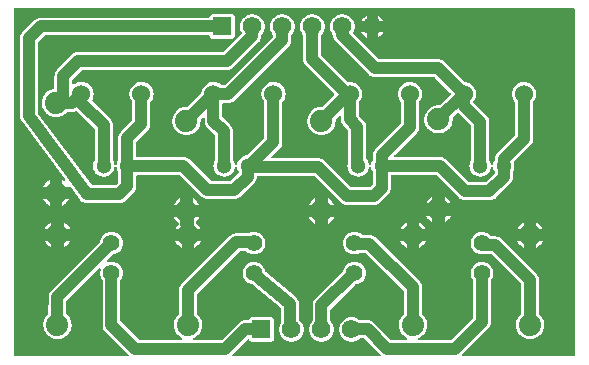
<source format=gbl>
G04 Layer: BottomLayer*
G04 EasyEDA v6.5.46, 2025-07-09 13:41:03*
G04 12fb059d76d7480aa4ea8a5eff3d1b86,10*
G04 Gerber Generator version 0.2*
G04 Scale: 100 percent, Rotated: No, Reflected: No *
G04 Dimensions in millimeters *
G04 leading zeros omitted , absolute positions ,4 integer and 5 decimal *
%FSLAX45Y45*%
%MOMM*%

%ADD10C,1.0000*%
%ADD11C,1.3000*%
%ADD12C,1.5748*%
%ADD13R,1.5748X1.5748*%
%ADD14C,1.4000*%
%ADD15C,1.8796*%
%ADD16C,1.5240*%
%ADD17C,0.0153*%

%LPD*%
G36*
X36068Y25857D02*
G01*
X32156Y26670D01*
X28854Y28854D01*
X26670Y32156D01*
X25908Y36017D01*
X25908Y2963926D01*
X26670Y2967786D01*
X28854Y2971088D01*
X32156Y2973273D01*
X36068Y2974086D01*
X4763922Y2974086D01*
X4767783Y2973273D01*
X4771085Y2971088D01*
X4773320Y2967786D01*
X4774082Y2963926D01*
X4774082Y36017D01*
X4773320Y32156D01*
X4771085Y28854D01*
X4767783Y26670D01*
X4763922Y25857D01*
X3828186Y25857D01*
X3824325Y26670D01*
X3821023Y28854D01*
X3818788Y32156D01*
X3818077Y36017D01*
X3818788Y39928D01*
X3821023Y43230D01*
X4043324Y265633D01*
X4050436Y274472D01*
X4055008Y282092D01*
X4056126Y284276D01*
X4059529Y292506D01*
X4060291Y294843D01*
X4062425Y303530D01*
X4062831Y305968D01*
X4063695Y314807D01*
X4063695Y668426D01*
X4064304Y671830D01*
X4072890Y686104D01*
X4078122Y698093D01*
X4081729Y710692D01*
X4083456Y723696D01*
X4083456Y736803D01*
X4081729Y749757D01*
X4078122Y762355D01*
X4072890Y774395D01*
X4066184Y785520D01*
X4057904Y795680D01*
X4048302Y804672D01*
X4037634Y812139D01*
X4025950Y818184D01*
X4013708Y822553D01*
X4000855Y825246D01*
X3987850Y826160D01*
X3974693Y825246D01*
X3961892Y822553D01*
X3949598Y818184D01*
X3937965Y812139D01*
X3927297Y804672D01*
X3917746Y795680D01*
X3909415Y785520D01*
X3902659Y774395D01*
X3897477Y762355D01*
X3893870Y749757D01*
X3892143Y736803D01*
X3892143Y723696D01*
X3893870Y710692D01*
X3897477Y698093D01*
X3902659Y686104D01*
X3909618Y674776D01*
X3911295Y671728D01*
X3911904Y668375D01*
X3911904Y353060D01*
X3911193Y349148D01*
X3908907Y345846D01*
X3730751Y167741D01*
X3727500Y165455D01*
X3723538Y164693D01*
X3459429Y164693D01*
X3455568Y165455D01*
X3452266Y167589D01*
X3450031Y170840D01*
X3449218Y174650D01*
X3449878Y178511D01*
X3451961Y181864D01*
X3455111Y184099D01*
X3460343Y186486D01*
X3472840Y194259D01*
X3484372Y203504D01*
X3494582Y214121D01*
X3503523Y225907D01*
X3510889Y238658D01*
X3516680Y252272D01*
X3520643Y266446D01*
X3522929Y281076D01*
X3523386Y295757D01*
X3522014Y310438D01*
X3518865Y324866D01*
X3513988Y338785D01*
X3507384Y351993D01*
X3499256Y364286D01*
X3489706Y375513D01*
X3482797Y381762D01*
X3480409Y385165D01*
X3479495Y389280D01*
X3479495Y612292D01*
X3478174Y623519D01*
X3476091Y632155D01*
X3471875Y642670D01*
X3466236Y652475D01*
X3464763Y654507D01*
X3459073Y661365D01*
X3087065Y1033373D01*
X3080258Y1039114D01*
X3070606Y1045057D01*
X3068370Y1046175D01*
X3057906Y1050391D01*
X3049219Y1052474D01*
X3037941Y1053795D01*
X2977946Y1053846D01*
X2974238Y1054506D01*
X2971038Y1056538D01*
X2968802Y1058672D01*
X2958134Y1066139D01*
X2946450Y1072184D01*
X2934208Y1076553D01*
X2921355Y1079246D01*
X2908350Y1080160D01*
X2895193Y1079246D01*
X2882392Y1076553D01*
X2870098Y1072184D01*
X2858465Y1066139D01*
X2847797Y1058672D01*
X2838196Y1049680D01*
X2829915Y1039520D01*
X2823159Y1028395D01*
X2817977Y1016355D01*
X2814370Y1003757D01*
X2812643Y990803D01*
X2812643Y977696D01*
X2814370Y964692D01*
X2817977Y952093D01*
X2823159Y940104D01*
X2829915Y928928D01*
X2838196Y918768D01*
X2847797Y909828D01*
X2858465Y902360D01*
X2870098Y896264D01*
X2882392Y891895D01*
X2895193Y889253D01*
X2908350Y888339D01*
X2921355Y889253D01*
X2934208Y891895D01*
X2946450Y896264D01*
X2955290Y900887D01*
X2957525Y901700D01*
X2959912Y901953D01*
X2999638Y901953D01*
X3003499Y901192D01*
X3006801Y899007D01*
X3324707Y581101D01*
X3326892Y577799D01*
X3327654Y573938D01*
X3327654Y389280D01*
X3326790Y385165D01*
X3324351Y381762D01*
X3317544Y375513D01*
X3307943Y364286D01*
X3299764Y351993D01*
X3293211Y338785D01*
X3288334Y324866D01*
X3285134Y310438D01*
X3283762Y295757D01*
X3284220Y281076D01*
X3286506Y266446D01*
X3290519Y252272D01*
X3296259Y238658D01*
X3303727Y225907D01*
X3312566Y214121D01*
X3322828Y203504D01*
X3334359Y194259D01*
X3346856Y186486D01*
X3352037Y184099D01*
X3355238Y181864D01*
X3357270Y178511D01*
X3357930Y174650D01*
X3357118Y170840D01*
X3354882Y167589D01*
X3351631Y165455D01*
X3347770Y164693D01*
X3223361Y164693D01*
X3219500Y165455D01*
X3216198Y167741D01*
X3074365Y309422D01*
X3067558Y315061D01*
X3057906Y321157D01*
X3047492Y325628D01*
X3045206Y326390D01*
X3034080Y328980D01*
X3025241Y329742D01*
X2958592Y329793D01*
X2954985Y330454D01*
X2951886Y332384D01*
X2946552Y336956D01*
X2935224Y344627D01*
X2922981Y350621D01*
X2910027Y355041D01*
X2896514Y357733D01*
X2882950Y358597D01*
X2869234Y357733D01*
X2855823Y355041D01*
X2842818Y350621D01*
X2830576Y344627D01*
X2819196Y336956D01*
X2808884Y328015D01*
X2799943Y317703D01*
X2792323Y306273D01*
X2786227Y294030D01*
X2781808Y281127D01*
X2779166Y267614D01*
X2778252Y253949D01*
X2779166Y240334D01*
X2781808Y226872D01*
X2786227Y213918D01*
X2792323Y201676D01*
X2799943Y190296D01*
X2808884Y179984D01*
X2819196Y170992D01*
X2830576Y163372D01*
X2842818Y157327D01*
X2855823Y152908D01*
X2869234Y150266D01*
X2882950Y149352D01*
X2896514Y150266D01*
X2910027Y152908D01*
X2922981Y157327D01*
X2935224Y163372D01*
X2946552Y170992D01*
X2951683Y175514D01*
X2954832Y177342D01*
X2958388Y178054D01*
X2986938Y178054D01*
X2990900Y177241D01*
X2994152Y175056D01*
X3125927Y43230D01*
X3128111Y39928D01*
X3128873Y36017D01*
X3128111Y32156D01*
X3125927Y28854D01*
X3122625Y26670D01*
X3118713Y25857D01*
X1885086Y25857D01*
X1881225Y26670D01*
X1877923Y28854D01*
X1875688Y32156D01*
X1874977Y36017D01*
X1875688Y39928D01*
X1877923Y43230D01*
X2002231Y167538D01*
X2005533Y169773D01*
X2009444Y170484D01*
X2013356Y169722D01*
X2016658Y167436D01*
X2021941Y159105D01*
X2026005Y155092D01*
X2030933Y151942D01*
X2036368Y150114D01*
X2042718Y149301D01*
X2199081Y149301D01*
X2205431Y150114D01*
X2210866Y151942D01*
X2215743Y155092D01*
X2219807Y159105D01*
X2222906Y164033D01*
X2224786Y169468D01*
X2225598Y175818D01*
X2225598Y332130D01*
X2224786Y338480D01*
X2222906Y343916D01*
X2219807Y348843D01*
X2215743Y352907D01*
X2210866Y356006D01*
X2205431Y357886D01*
X2199081Y358597D01*
X2042718Y358597D01*
X2036368Y357886D01*
X2030933Y356006D01*
X2026005Y352907D01*
X2021941Y348843D01*
X2018893Y343916D01*
X2015743Y335026D01*
X2013559Y332333D01*
X2010410Y330454D01*
X2006904Y329793D01*
X1978558Y329742D01*
X1969719Y328980D01*
X1958644Y326390D01*
X1956307Y325628D01*
X1945893Y321157D01*
X1938274Y316484D01*
X1929434Y309422D01*
X1787652Y167741D01*
X1784400Y165455D01*
X1780438Y164693D01*
X1554429Y164693D01*
X1550568Y165455D01*
X1547266Y167589D01*
X1545031Y170840D01*
X1544218Y174650D01*
X1544878Y178511D01*
X1546961Y181864D01*
X1550111Y184099D01*
X1555343Y186486D01*
X1567840Y194259D01*
X1579372Y203504D01*
X1589582Y214121D01*
X1598472Y225907D01*
X1605889Y238658D01*
X1611680Y252272D01*
X1615643Y266446D01*
X1617929Y281076D01*
X1618386Y295757D01*
X1617014Y310438D01*
X1613865Y324866D01*
X1608988Y338785D01*
X1602384Y351993D01*
X1594256Y364286D01*
X1584706Y375513D01*
X1577797Y381762D01*
X1575409Y385165D01*
X1574495Y389280D01*
X1574495Y548538D01*
X1575308Y552399D01*
X1577441Y555701D01*
X1933498Y911707D01*
X1936800Y913892D01*
X1940661Y914653D01*
X1987702Y914653D01*
X1991461Y913942D01*
X1994611Y911910D01*
X1996897Y909828D01*
X2007565Y902360D01*
X2019147Y896264D01*
X2031492Y891895D01*
X2044293Y889253D01*
X2057349Y888339D01*
X2070404Y889253D01*
X2083307Y891895D01*
X2095550Y896264D01*
X2107234Y902360D01*
X2117902Y909828D01*
X2127504Y918768D01*
X2135682Y928928D01*
X2142490Y940104D01*
X2147722Y952093D01*
X2151227Y964692D01*
X2153056Y977696D01*
X2153056Y990803D01*
X2151227Y1003757D01*
X2147722Y1016355D01*
X2142490Y1028395D01*
X2135682Y1039520D01*
X2127504Y1049680D01*
X2117902Y1058672D01*
X2107234Y1066139D01*
X2095550Y1072184D01*
X2083307Y1076553D01*
X2070404Y1079246D01*
X2057349Y1080160D01*
X2044293Y1079246D01*
X2031492Y1076553D01*
X2019147Y1072184D01*
X2010410Y1067612D01*
X2008124Y1066749D01*
X2005736Y1066546D01*
X1902307Y1066495D01*
X1891080Y1065174D01*
X1882444Y1063091D01*
X1871929Y1058875D01*
X1869693Y1057757D01*
X1860042Y1051814D01*
X1853234Y1046073D01*
X1443075Y635914D01*
X1437386Y629107D01*
X1435963Y627075D01*
X1431391Y619455D01*
X1430274Y617270D01*
X1426870Y609041D01*
X1426108Y606704D01*
X1423568Y595680D01*
X1422704Y586892D01*
X1422654Y389280D01*
X1421790Y385165D01*
X1419352Y381762D01*
X1412544Y375513D01*
X1402943Y364286D01*
X1394764Y351993D01*
X1388211Y338785D01*
X1383334Y324866D01*
X1380134Y310438D01*
X1378762Y295757D01*
X1379220Y281076D01*
X1381506Y266446D01*
X1385519Y252272D01*
X1391259Y238658D01*
X1398727Y225907D01*
X1407566Y214121D01*
X1417828Y203504D01*
X1429359Y194259D01*
X1441856Y186486D01*
X1447038Y184099D01*
X1450238Y181864D01*
X1452270Y178511D01*
X1452930Y174650D01*
X1452118Y170840D01*
X1449882Y167589D01*
X1446631Y165455D01*
X1442770Y164693D01*
X1089761Y164693D01*
X1085850Y165455D01*
X1082548Y167741D01*
X929792Y320446D01*
X927557Y323748D01*
X926795Y327660D01*
X926795Y668426D01*
X927404Y671830D01*
X935990Y686104D01*
X941222Y698093D01*
X944778Y710692D01*
X946556Y723696D01*
X946556Y736803D01*
X944778Y749757D01*
X941222Y762355D01*
X935990Y774395D01*
X929233Y785520D01*
X921003Y795680D01*
X911402Y804672D01*
X900684Y812139D01*
X889050Y818184D01*
X876757Y822553D01*
X863955Y825246D01*
X850900Y826160D01*
X837793Y825246D01*
X824992Y822553D01*
X823315Y821944D01*
X819454Y821385D01*
X815644Y822350D01*
X812495Y824534D01*
X810412Y827836D01*
X809752Y831646D01*
X810514Y835507D01*
X812698Y838708D01*
X860907Y886917D01*
X863244Y888695D01*
X866038Y889711D01*
X876757Y891895D01*
X889050Y896264D01*
X900684Y902360D01*
X911402Y909828D01*
X921003Y918768D01*
X929233Y928928D01*
X935990Y940104D01*
X941222Y952093D01*
X944778Y964692D01*
X946556Y977696D01*
X946556Y990803D01*
X944778Y1003757D01*
X941222Y1016355D01*
X935990Y1028395D01*
X929233Y1039520D01*
X921003Y1049680D01*
X911402Y1058672D01*
X900684Y1066139D01*
X889050Y1072184D01*
X876757Y1076553D01*
X863955Y1079246D01*
X850900Y1080160D01*
X837793Y1079246D01*
X824992Y1076553D01*
X812698Y1072184D01*
X801065Y1066139D01*
X790346Y1058672D01*
X780796Y1049680D01*
X772515Y1039520D01*
X765759Y1028395D01*
X760526Y1016355D01*
X756970Y1003757D01*
X756513Y1000150D01*
X755548Y997000D01*
X753618Y994308D01*
X338175Y578764D01*
X332486Y571957D01*
X331063Y569925D01*
X325374Y560120D01*
X321970Y551891D01*
X321208Y549554D01*
X319074Y540969D01*
X317804Y529742D01*
X317754Y389280D01*
X316890Y385165D01*
X314452Y381762D01*
X307644Y375513D01*
X297992Y364286D01*
X289915Y351993D01*
X283311Y338785D01*
X278384Y324866D01*
X275234Y310438D01*
X273862Y295757D01*
X274320Y281076D01*
X276606Y266446D01*
X280619Y252272D01*
X286359Y238658D01*
X293827Y225907D01*
X302666Y214121D01*
X312928Y203504D01*
X324408Y194259D01*
X336956Y186486D01*
X350367Y180289D01*
X364439Y175818D01*
X378968Y173177D01*
X393700Y172212D01*
X408381Y173177D01*
X422909Y175818D01*
X436981Y180289D01*
X450392Y186486D01*
X462940Y194259D01*
X474421Y203504D01*
X484682Y214121D01*
X493572Y225907D01*
X500989Y238658D01*
X506780Y252272D01*
X510743Y266446D01*
X513029Y281076D01*
X513486Y295757D01*
X512165Y310438D01*
X508965Y324866D01*
X504037Y338785D01*
X497484Y351993D01*
X489356Y364286D01*
X479755Y375513D01*
X472897Y381762D01*
X470458Y385165D01*
X469595Y389280D01*
X469595Y491388D01*
X470357Y495249D01*
X472592Y498551D01*
X742492Y768553D01*
X746252Y770890D01*
X750620Y771499D01*
X754837Y770077D01*
X758037Y767130D01*
X759714Y762965D01*
X759460Y758596D01*
X756970Y749757D01*
X755192Y736803D01*
X755192Y723696D01*
X756970Y710692D01*
X760526Y698093D01*
X765759Y686104D01*
X772718Y674776D01*
X774395Y671728D01*
X775004Y668375D01*
X775055Y289407D01*
X776274Y278130D01*
X778408Y269443D01*
X779170Y267106D01*
X782574Y258876D01*
X788314Y249072D01*
X795375Y240233D01*
X992327Y43230D01*
X994511Y39928D01*
X995273Y36017D01*
X994511Y32156D01*
X992327Y28854D01*
X989025Y26670D01*
X985113Y25857D01*
G37*

%LPC*%
G36*
X2628950Y149352D02*
G01*
X2642514Y150266D01*
X2656027Y152908D01*
X2668981Y157327D01*
X2681224Y163372D01*
X2692552Y170992D01*
X2702864Y179984D01*
X2711856Y190296D01*
X2719527Y201676D01*
X2725521Y213918D01*
X2729941Y226872D01*
X2732582Y240334D01*
X2733497Y253949D01*
X2732582Y267614D01*
X2729941Y281127D01*
X2725521Y294030D01*
X2719527Y306273D01*
X2711856Y317703D01*
X2707335Y322884D01*
X2705455Y326034D01*
X2704795Y329539D01*
X2704795Y421538D01*
X2705608Y425399D01*
X2707741Y428701D01*
X2911094Y632002D01*
X2914040Y634085D01*
X2917545Y635000D01*
X2921355Y635254D01*
X2934208Y637895D01*
X2946450Y642264D01*
X2958134Y648360D01*
X2968802Y655828D01*
X2978404Y664768D01*
X2986684Y674928D01*
X2993390Y686104D01*
X2998622Y698093D01*
X3002229Y710692D01*
X3003956Y723696D01*
X3003956Y736803D01*
X3002229Y749757D01*
X2998622Y762355D01*
X2993390Y774395D01*
X2986684Y785520D01*
X2978404Y795680D01*
X2968802Y804672D01*
X2958134Y812139D01*
X2946450Y818184D01*
X2934208Y822553D01*
X2921355Y825246D01*
X2908350Y826160D01*
X2895193Y825246D01*
X2882392Y822553D01*
X2870098Y818184D01*
X2858465Y812139D01*
X2847797Y804672D01*
X2838196Y795680D01*
X2829915Y785520D01*
X2823159Y774395D01*
X2817977Y762355D01*
X2815234Y752703D01*
X2814218Y750316D01*
X2812643Y748284D01*
X2573375Y508914D01*
X2567686Y502107D01*
X2566263Y500075D01*
X2561691Y492455D01*
X2560574Y490270D01*
X2557170Y482041D01*
X2556408Y479704D01*
X2553868Y468680D01*
X2553004Y459892D01*
X2553004Y329590D01*
X2552395Y326034D01*
X2550464Y322884D01*
X2545943Y317703D01*
X2538323Y306273D01*
X2532227Y294030D01*
X2527808Y281127D01*
X2525166Y267614D01*
X2524252Y253949D01*
X2525166Y240334D01*
X2527808Y226872D01*
X2532227Y213918D01*
X2538323Y201676D01*
X2545943Y190296D01*
X2554884Y179984D01*
X2565196Y170992D01*
X2576576Y163372D01*
X2588818Y157327D01*
X2601823Y152908D01*
X2615234Y150266D01*
G37*
G36*
X2374950Y149352D02*
G01*
X2388514Y150266D01*
X2402027Y152908D01*
X2414981Y157327D01*
X2427224Y163372D01*
X2438552Y170992D01*
X2448864Y179984D01*
X2457856Y190296D01*
X2465527Y201676D01*
X2471521Y213918D01*
X2475941Y226872D01*
X2478582Y240334D01*
X2479497Y253949D01*
X2478582Y267614D01*
X2475941Y281127D01*
X2471521Y294030D01*
X2465527Y306273D01*
X2457856Y317703D01*
X2448864Y328015D01*
X2441600Y334365D01*
X2439009Y337820D01*
X2438095Y341985D01*
X2438095Y469493D01*
X2437231Y481177D01*
X2434691Y492251D01*
X2430526Y502869D01*
X2424938Y512622D01*
X2417775Y521512D01*
X2410561Y528421D01*
X2155088Y741273D01*
X2152700Y744169D01*
X2151532Y747674D01*
X2151227Y749757D01*
X2147722Y762355D01*
X2142490Y774395D01*
X2135682Y785520D01*
X2127504Y795680D01*
X2117902Y804672D01*
X2107234Y812139D01*
X2095550Y818184D01*
X2083307Y822553D01*
X2070404Y825246D01*
X2057349Y826160D01*
X2044293Y825246D01*
X2031492Y822553D01*
X2019147Y818184D01*
X2007565Y812139D01*
X1996897Y804672D01*
X1987296Y795680D01*
X1979015Y785520D01*
X1972259Y774395D01*
X1967077Y762355D01*
X1963470Y749757D01*
X1961743Y736803D01*
X1961743Y723696D01*
X1963470Y710692D01*
X1967077Y698093D01*
X1972259Y686104D01*
X1979015Y674928D01*
X1987296Y664768D01*
X1996897Y655828D01*
X2007565Y648360D01*
X2019147Y642264D01*
X2031492Y637895D01*
X2043023Y635508D01*
X2045309Y634746D01*
X2047392Y633374D01*
X2282647Y437438D01*
X2285288Y433933D01*
X2286254Y429615D01*
X2286254Y312369D01*
X2285847Y309422D01*
X2278227Y294030D01*
X2273808Y281127D01*
X2271166Y267614D01*
X2270252Y253949D01*
X2271166Y240334D01*
X2273808Y226872D01*
X2278227Y213918D01*
X2284323Y201676D01*
X2291943Y190296D01*
X2300884Y179984D01*
X2311196Y170992D01*
X2322576Y163372D01*
X2334818Y157327D01*
X2347823Y152908D01*
X2361234Y150266D01*
G37*
G36*
X4394250Y172212D02*
G01*
X4408881Y173177D01*
X4423410Y175818D01*
X4437481Y180289D01*
X4450943Y186486D01*
X4463440Y194259D01*
X4474972Y203504D01*
X4485182Y214121D01*
X4494123Y225907D01*
X4501489Y238658D01*
X4507280Y252272D01*
X4511243Y266446D01*
X4513529Y281076D01*
X4513986Y295757D01*
X4512614Y310438D01*
X4509465Y324866D01*
X4504588Y338785D01*
X4497984Y351993D01*
X4489856Y364286D01*
X4480306Y375513D01*
X4473397Y381762D01*
X4471009Y385165D01*
X4470095Y389280D01*
X4470095Y675792D01*
X4468774Y687019D01*
X4466691Y695655D01*
X4462475Y706170D01*
X4456836Y715975D01*
X4455363Y718007D01*
X4449673Y724865D01*
X4153865Y1020673D01*
X4147058Y1026414D01*
X4137406Y1032357D01*
X4135170Y1033475D01*
X4124706Y1037691D01*
X4116019Y1039774D01*
X4104741Y1041095D01*
X4069689Y1041146D01*
X4065320Y1042111D01*
X4061764Y1044854D01*
X4057904Y1049680D01*
X4048302Y1058672D01*
X4037634Y1066139D01*
X4025950Y1072184D01*
X4013708Y1076553D01*
X4000855Y1079246D01*
X3987850Y1080160D01*
X3974693Y1079246D01*
X3961892Y1076553D01*
X3949598Y1072184D01*
X3937965Y1066139D01*
X3927297Y1058672D01*
X3917746Y1049680D01*
X3909415Y1039520D01*
X3902659Y1028395D01*
X3897477Y1016355D01*
X3893870Y1003757D01*
X3892143Y990803D01*
X3892143Y977696D01*
X3893870Y964692D01*
X3897477Y952093D01*
X3902659Y940104D01*
X3909415Y928928D01*
X3917746Y918768D01*
X3927297Y909828D01*
X3937965Y902360D01*
X3949598Y896264D01*
X3961892Y891895D01*
X3974693Y889253D01*
X3987850Y888339D01*
X4002278Y889304D01*
X4066438Y889253D01*
X4070299Y888492D01*
X4073601Y886307D01*
X4315307Y644601D01*
X4317492Y641299D01*
X4318254Y637438D01*
X4318254Y389280D01*
X4317390Y385165D01*
X4314952Y381762D01*
X4308144Y375513D01*
X4298543Y364286D01*
X4290364Y351993D01*
X4283811Y338785D01*
X4278934Y324866D01*
X4275734Y310438D01*
X4274362Y295757D01*
X4274820Y281076D01*
X4277106Y266446D01*
X4281119Y252272D01*
X4286859Y238658D01*
X4294327Y225907D01*
X4303166Y214121D01*
X4313428Y203504D01*
X4324959Y194259D01*
X4337456Y186486D01*
X4350918Y180289D01*
X4364990Y175818D01*
X4379468Y173177D01*
G37*
G36*
X1445260Y946912D02*
G01*
X1445260Y1000709D01*
X1391259Y1000709D01*
X1398727Y987907D01*
X1407566Y976121D01*
X1417828Y965504D01*
X1429359Y956259D01*
X1441856Y948486D01*
G37*
G36*
X3350260Y946912D02*
G01*
X3350260Y1000709D01*
X3296259Y1000709D01*
X3303727Y987907D01*
X3312566Y976121D01*
X3322828Y965504D01*
X3334359Y956259D01*
X3346856Y948486D01*
G37*
G36*
X4340860Y946912D02*
G01*
X4340860Y1000709D01*
X4286859Y1000709D01*
X4294327Y987907D01*
X4303166Y976121D01*
X4313428Y965504D01*
X4324959Y956259D01*
X4337456Y948486D01*
G37*
G36*
X447040Y946912D02*
G01*
X450392Y948486D01*
X462940Y956259D01*
X474421Y965504D01*
X484682Y976121D01*
X493572Y987907D01*
X500989Y1000709D01*
X447040Y1000709D01*
G37*
G36*
X340360Y946912D02*
G01*
X340360Y1000709D01*
X286359Y1000709D01*
X293827Y987907D01*
X302666Y976121D01*
X312928Y965504D01*
X324408Y956259D01*
X336956Y948486D01*
G37*
G36*
X3456940Y946912D02*
G01*
X3460343Y948486D01*
X3472840Y956259D01*
X3484372Y965504D01*
X3494582Y976121D01*
X3503523Y987907D01*
X3510889Y1000709D01*
X3456940Y1000709D01*
G37*
G36*
X1551940Y946912D02*
G01*
X1555343Y948486D01*
X1567840Y956259D01*
X1579372Y965504D01*
X1589582Y976121D01*
X1598472Y987907D01*
X1605889Y1000709D01*
X1551940Y1000709D01*
G37*
G36*
X4447540Y946912D02*
G01*
X4450943Y948486D01*
X4463440Y956259D01*
X4474972Y965504D01*
X4485182Y976121D01*
X4494123Y987907D01*
X4501489Y1000709D01*
X4447540Y1000709D01*
G37*
G36*
X4287062Y1107389D02*
G01*
X4340860Y1107389D01*
X4340860Y1161288D01*
X4331055Y1156004D01*
X4319066Y1147470D01*
X4308144Y1137513D01*
X4298543Y1126286D01*
X4290364Y1113993D01*
G37*
G36*
X3296462Y1107389D02*
G01*
X3350260Y1107389D01*
X3350260Y1161288D01*
X3340455Y1156004D01*
X3328466Y1147470D01*
X3317544Y1137513D01*
X3307943Y1126286D01*
X3299764Y1113993D01*
G37*
G36*
X447040Y1107389D02*
G01*
X500786Y1107389D01*
X497484Y1113993D01*
X489356Y1126286D01*
X479755Y1137513D01*
X468833Y1147470D01*
X456793Y1156004D01*
X447040Y1161288D01*
G37*
G36*
X286562Y1107389D02*
G01*
X340360Y1107389D01*
X340360Y1161288D01*
X330555Y1156004D01*
X318516Y1147470D01*
X307644Y1137513D01*
X297992Y1126286D01*
X289915Y1113993D01*
G37*
G36*
X3456940Y1107389D02*
G01*
X3510686Y1107389D01*
X3507384Y1113993D01*
X3499256Y1126286D01*
X3489706Y1137513D01*
X3478733Y1147470D01*
X3466693Y1156004D01*
X3456940Y1161288D01*
G37*
G36*
X4447540Y1107389D02*
G01*
X4501286Y1107389D01*
X4497984Y1113993D01*
X4489856Y1126286D01*
X4480306Y1137513D01*
X4469333Y1147470D01*
X4457293Y1156004D01*
X4447540Y1161288D01*
G37*
G36*
X1391462Y1107389D02*
G01*
X1445260Y1107389D01*
X1445260Y1123238D01*
X1439011Y1125321D01*
X1435608Y1127556D01*
X1433322Y1130858D01*
X1432560Y1134872D01*
X1432560Y1203909D01*
X1378762Y1203909D01*
X1382064Y1197406D01*
X1390243Y1185062D01*
X1399844Y1173835D01*
X1410766Y1163878D01*
X1417777Y1158951D01*
X1420723Y1155598D01*
X1421993Y1151280D01*
X1421282Y1146810D01*
X1418691Y1143203D01*
X1412544Y1137513D01*
X1402943Y1126286D01*
X1394764Y1113993D01*
G37*
G36*
X1551940Y1107389D02*
G01*
X1605686Y1107389D01*
X1602384Y1113993D01*
X1594256Y1126286D01*
X1584706Y1137513D01*
X1573733Y1147470D01*
X1566722Y1152448D01*
X1563725Y1155750D01*
X1562455Y1160068D01*
X1563166Y1164539D01*
X1565757Y1168196D01*
X1572006Y1173835D01*
X1581556Y1185062D01*
X1589684Y1197406D01*
X1592986Y1203909D01*
X1539240Y1203909D01*
X1539240Y1188212D01*
X1545488Y1186027D01*
X1548841Y1183843D01*
X1551127Y1180490D01*
X1551940Y1176528D01*
G37*
G36*
X2575560Y1150112D02*
G01*
X2575560Y1203909D01*
X2521762Y1203909D01*
X2525064Y1197406D01*
X2533243Y1185062D01*
X2542844Y1173835D01*
X2553766Y1163878D01*
X2565755Y1155395D01*
G37*
G36*
X2682240Y1150112D02*
G01*
X2691993Y1155395D01*
X2704033Y1163878D01*
X2715006Y1173835D01*
X2724556Y1185062D01*
X2732684Y1197406D01*
X2735986Y1203909D01*
X2682240Y1203909D01*
G37*
G36*
X3566160Y1162812D02*
G01*
X3566160Y1216609D01*
X3512362Y1216609D01*
X3515664Y1210106D01*
X3523843Y1197762D01*
X3533444Y1186535D01*
X3544366Y1176578D01*
X3556355Y1168095D01*
G37*
G36*
X3672840Y1162812D02*
G01*
X3682593Y1168095D01*
X3694633Y1176578D01*
X3705606Y1186535D01*
X3715156Y1197762D01*
X3723284Y1210106D01*
X3726586Y1216609D01*
X3672840Y1216609D01*
G37*
G36*
X434340Y1302512D02*
G01*
X444093Y1307795D01*
X456133Y1316278D01*
X467055Y1326235D01*
X476656Y1337462D01*
X484784Y1349806D01*
X488086Y1356309D01*
X434340Y1356309D01*
G37*
G36*
X327660Y1302512D02*
G01*
X327660Y1356309D01*
X273862Y1356309D01*
X277215Y1349806D01*
X285292Y1337462D01*
X294944Y1326235D01*
X305816Y1316278D01*
X317855Y1307795D01*
G37*
G36*
X2844952Y1308354D02*
G01*
X3076194Y1308354D01*
X3084880Y1309166D01*
X3087471Y1309624D01*
X3098495Y1312519D01*
X3106470Y1315872D01*
X3116326Y1321562D01*
X3118459Y1323086D01*
X3125165Y1328674D01*
X3194964Y1398727D01*
X3200704Y1405686D01*
X3202025Y1407566D01*
X3206699Y1415338D01*
X3211220Y1425752D01*
X3211931Y1427988D01*
X3214471Y1438960D01*
X3215284Y1448054D01*
X3215335Y1552143D01*
X3216097Y1556004D01*
X3218332Y1559356D01*
X3221634Y1561541D01*
X3225495Y1562354D01*
X3596538Y1562354D01*
X3600500Y1561541D01*
X3603751Y1559356D01*
X3796334Y1366774D01*
X3805174Y1359712D01*
X3812794Y1355090D01*
X3815029Y1353972D01*
X3823208Y1350568D01*
X3834180Y1347673D01*
X3836619Y1347266D01*
X3845458Y1346454D01*
X4053941Y1346454D01*
X4062780Y1347266D01*
X4065219Y1347673D01*
X4076192Y1350568D01*
X4084421Y1353972D01*
X4086606Y1355090D01*
X4096258Y1361135D01*
X4103065Y1366774D01*
X4227982Y1491691D01*
X4233672Y1498549D01*
X4239666Y1508150D01*
X4240834Y1510334D01*
X4244238Y1518564D01*
X4245000Y1520901D01*
X4247083Y1529588D01*
X4247489Y1532026D01*
X4248404Y1543558D01*
X4248404Y1585772D01*
X4248759Y1588566D01*
X4249928Y1591157D01*
X4252722Y1595628D01*
X4257852Y1607261D01*
X4261358Y1619453D01*
X4263136Y1631950D01*
X4263136Y1644599D01*
X4261358Y1657197D01*
X4258513Y1667205D01*
X4258157Y1670812D01*
X4259072Y1674266D01*
X4261104Y1677212D01*
X4398873Y1815084D01*
X4404563Y1821942D01*
X4406036Y1823974D01*
X4411675Y1833778D01*
X4415891Y1844344D01*
X4417974Y1852980D01*
X4419295Y1864207D01*
X4419295Y2176018D01*
X4419955Y2179726D01*
X4421886Y2182876D01*
X4423511Y2184654D01*
X4431233Y2195880D01*
X4437430Y2208072D01*
X4441850Y2220925D01*
X4444593Y2234285D01*
X4445508Y2247849D01*
X4444593Y2261463D01*
X4441850Y2274824D01*
X4437430Y2287727D01*
X4431233Y2299919D01*
X4423511Y2311146D01*
X4414418Y2321255D01*
X4404004Y2330043D01*
X4392422Y2337460D01*
X4380077Y2343150D01*
X4367022Y2347214D01*
X4353661Y2349449D01*
X4339945Y2349906D01*
X4326432Y2348534D01*
X4313174Y2345385D01*
X4300474Y2340457D01*
X4288434Y2333904D01*
X4277461Y2325827D01*
X4267708Y2316327D01*
X4259224Y2305710D01*
X4252264Y2293975D01*
X4246930Y2281377D01*
X4243324Y2268220D01*
X4241495Y2254707D01*
X4241495Y2241042D01*
X4243324Y2227580D01*
X4246930Y2214422D01*
X4252264Y2201824D01*
X4259224Y2190089D01*
X4265320Y2182418D01*
X4266895Y2179472D01*
X4267454Y2176119D01*
X4267454Y1902510D01*
X4266692Y1898650D01*
X4264507Y1895398D01*
X4116984Y1747723D01*
X4111294Y1740865D01*
X4109872Y1738884D01*
X4105300Y1731314D01*
X4104182Y1729079D01*
X4100779Y1720850D01*
X4100017Y1718564D01*
X4097832Y1709877D01*
X4096613Y1698650D01*
X4096562Y1691132D01*
X4096258Y1688693D01*
X4095445Y1686407D01*
X4089450Y1675231D01*
X4085132Y1663395D01*
X4082287Y1649882D01*
X4080713Y1646174D01*
X4077868Y1643430D01*
X4074007Y1641957D01*
X4070045Y1642059D01*
X4066336Y1643837D01*
X4063695Y1646783D01*
X4062323Y1650542D01*
X4061358Y1657197D01*
X4057904Y1669338D01*
X4051452Y1683816D01*
X4050995Y1686610D01*
X4050995Y2009292D01*
X4049674Y2020519D01*
X4047591Y2029104D01*
X4043375Y2039670D01*
X4037736Y2049475D01*
X4036263Y2051507D01*
X4030573Y2058365D01*
X3916984Y2172055D01*
X3914952Y2174900D01*
X3914038Y2178304D01*
X3914292Y2181809D01*
X3915765Y2185060D01*
X3923233Y2195880D01*
X3929430Y2208072D01*
X3933850Y2220925D01*
X3936593Y2234285D01*
X3937508Y2247849D01*
X3936593Y2261463D01*
X3933850Y2274824D01*
X3929430Y2287727D01*
X3923233Y2299919D01*
X3915511Y2311146D01*
X3906418Y2321255D01*
X3896004Y2330043D01*
X3884422Y2337460D01*
X3872077Y2343150D01*
X3859022Y2347214D01*
X3844950Y2349449D01*
X3841242Y2350312D01*
X3838092Y2352446D01*
X3671265Y2519273D01*
X3664458Y2524861D01*
X3654806Y2530957D01*
X3644392Y2535428D01*
X3642106Y2536190D01*
X3630980Y2538780D01*
X3622141Y2539542D01*
X3121761Y2539593D01*
X3117900Y2540355D01*
X3114598Y2542641D01*
X2899410Y2757728D01*
X2897124Y2761234D01*
X2896463Y2765399D01*
X2897479Y2769412D01*
X2901848Y2778252D01*
X2906217Y2791256D01*
X2908909Y2804617D01*
X2909824Y2818282D01*
X2908909Y2831947D01*
X2906217Y2845358D01*
X2901848Y2858312D01*
X2895854Y2870606D01*
X2888183Y2881985D01*
X2879191Y2892247D01*
X2868879Y2901289D01*
X2857550Y2908960D01*
X2845206Y2914954D01*
X2832252Y2919323D01*
X2818841Y2922016D01*
X2805176Y2922930D01*
X2791561Y2922016D01*
X2778150Y2919323D01*
X2765145Y2914954D01*
X2752852Y2908960D01*
X2741523Y2901289D01*
X2731211Y2892247D01*
X2722168Y2881985D01*
X2714548Y2870606D01*
X2708554Y2858312D01*
X2704134Y2845358D01*
X2701442Y2831947D01*
X2700528Y2818282D01*
X2701442Y2804617D01*
X2704134Y2791256D01*
X2708554Y2778252D01*
X2714548Y2765958D01*
X2722168Y2754630D01*
X2726842Y2749296D01*
X2728823Y2745943D01*
X2730550Y2730754D01*
X2732684Y2722067D01*
X2736900Y2711500D01*
X2738018Y2709316D01*
X2742590Y2701696D01*
X2744012Y2699715D01*
X2749702Y2692857D01*
X3034334Y2408174D01*
X3043174Y2401112D01*
X3050794Y2396490D01*
X3053029Y2395372D01*
X3061208Y2391968D01*
X3072180Y2389073D01*
X3074619Y2388666D01*
X3083458Y2387854D01*
X3583838Y2387854D01*
X3587800Y2387041D01*
X3591051Y2384856D01*
X3720795Y2255012D01*
X3723081Y2251760D01*
X3723792Y2247849D01*
X3723081Y2243937D01*
X3720795Y2240737D01*
X3634486Y2154377D01*
X3630980Y2152040D01*
X3626713Y2151430D01*
X3619550Y2151888D01*
X3604768Y2150973D01*
X3590290Y2148230D01*
X3576218Y2143760D01*
X3562756Y2137562D01*
X3550259Y2129790D01*
X3538728Y2120595D01*
X3528466Y2109978D01*
X3519627Y2098192D01*
X3512159Y2085441D01*
X3506419Y2071827D01*
X3502406Y2057654D01*
X3500120Y2043023D01*
X3499662Y2028342D01*
X3501034Y2013661D01*
X3504234Y1999183D01*
X3509111Y1985314D01*
X3515664Y1972106D01*
X3523843Y1959762D01*
X3533444Y1948535D01*
X3544366Y1938578D01*
X3556355Y1930095D01*
X3569411Y1923084D01*
X3583127Y1917750D01*
X3597452Y1914143D01*
X3612083Y1912315D01*
X3626916Y1912315D01*
X3641547Y1914143D01*
X3655822Y1917750D01*
X3669588Y1923084D01*
X3682593Y1930095D01*
X3694633Y1938578D01*
X3705606Y1948535D01*
X3715156Y1959762D01*
X3723284Y1972106D01*
X3729888Y1985314D01*
X3734765Y1999183D01*
X3737914Y2013661D01*
X3739286Y2028342D01*
X3738930Y2039569D01*
X3739642Y2043633D01*
X3741928Y2047036D01*
X3777386Y2082546D01*
X3780688Y2084730D01*
X3784650Y2085492D01*
X3788511Y2084730D01*
X3791762Y2082546D01*
X3896207Y1978101D01*
X3898392Y1974799D01*
X3899154Y1970938D01*
X3899154Y1694942D01*
X3898696Y1691792D01*
X3897223Y1688998D01*
X3895394Y1686458D01*
X3889451Y1675231D01*
X3885082Y1663395D01*
X3882491Y1650949D01*
X3881577Y1638300D01*
X3882491Y1625650D01*
X3885082Y1613204D01*
X3889451Y1601368D01*
X3895394Y1590192D01*
X3902913Y1579930D01*
X3911650Y1570736D01*
X3921658Y1562912D01*
X3932631Y1556613D01*
X3944416Y1551838D01*
X3956659Y1548790D01*
X3969359Y1547469D01*
X3981958Y1547876D01*
X3994454Y1550162D01*
X4006545Y1554022D01*
X4017924Y1559560D01*
X4028440Y1566722D01*
X4037837Y1575155D01*
X4046016Y1584858D01*
X4052722Y1595628D01*
X4057904Y1607261D01*
X4061358Y1619504D01*
X4062323Y1625803D01*
X4063695Y1629511D01*
X4066438Y1632457D01*
X4070146Y1634134D01*
X4074109Y1634236D01*
X4077868Y1632762D01*
X4080713Y1630019D01*
X4082287Y1626362D01*
X4085132Y1613204D01*
X4089450Y1601368D01*
X4095343Y1590192D01*
X4096258Y1587855D01*
X4096562Y1585417D01*
X4096562Y1579118D01*
X4095800Y1575206D01*
X4093565Y1571904D01*
X4022851Y1501241D01*
X4019600Y1498955D01*
X4015638Y1498193D01*
X3883761Y1498193D01*
X3879900Y1498955D01*
X3876598Y1501241D01*
X3683965Y1693773D01*
X3677158Y1699361D01*
X3667506Y1705457D01*
X3657092Y1709928D01*
X3654806Y1710689D01*
X3643680Y1713280D01*
X3634841Y1714042D01*
X3255670Y1714093D01*
X3251809Y1714855D01*
X3248507Y1717141D01*
X3246374Y1720392D01*
X3245561Y1724253D01*
X3246374Y1728165D01*
X3248507Y1731467D01*
X3433673Y1916684D01*
X3439363Y1923542D01*
X3440836Y1925574D01*
X3446475Y1935378D01*
X3450691Y1945944D01*
X3452774Y1954580D01*
X3454095Y1965807D01*
X3454095Y2176018D01*
X3454755Y2179726D01*
X3456686Y2182876D01*
X3458311Y2184654D01*
X3466033Y2195880D01*
X3472230Y2208072D01*
X3476650Y2220925D01*
X3479393Y2234285D01*
X3480308Y2247849D01*
X3479393Y2261463D01*
X3476650Y2274824D01*
X3472230Y2287727D01*
X3466033Y2299919D01*
X3458311Y2311146D01*
X3449218Y2321255D01*
X3438804Y2330043D01*
X3427222Y2337460D01*
X3414877Y2343150D01*
X3401822Y2347214D01*
X3388461Y2349449D01*
X3374745Y2349906D01*
X3361232Y2348534D01*
X3347974Y2345385D01*
X3335274Y2340457D01*
X3323234Y2333904D01*
X3312261Y2325827D01*
X3302508Y2316327D01*
X3294024Y2305710D01*
X3287064Y2293975D01*
X3281730Y2281377D01*
X3278124Y2268220D01*
X3276295Y2254707D01*
X3276295Y2241042D01*
X3278124Y2227580D01*
X3281730Y2214422D01*
X3287064Y2201824D01*
X3294024Y2190089D01*
X3300120Y2182418D01*
X3301695Y2179472D01*
X3302254Y2176119D01*
X3302254Y2004110D01*
X3301492Y2000250D01*
X3299307Y1996998D01*
X3084017Y1781657D01*
X3078327Y1774799D01*
X3072333Y1765147D01*
X3071215Y1762912D01*
X3067812Y1754784D01*
X3064916Y1743760D01*
X3064510Y1741322D01*
X3063595Y1729739D01*
X3063595Y1691233D01*
X3063341Y1688795D01*
X3062427Y1686407D01*
X3056534Y1675231D01*
X3052165Y1663395D01*
X3049371Y1649882D01*
X3047746Y1646174D01*
X3044850Y1643430D01*
X3041091Y1641957D01*
X3037078Y1642059D01*
X3033420Y1643837D01*
X3030677Y1646783D01*
X3029356Y1650542D01*
X3028391Y1657197D01*
X3024936Y1669338D01*
X3019806Y1680972D01*
X3010204Y1696110D01*
X3009595Y1699564D01*
X3009595Y1971192D01*
X3008274Y1982419D01*
X3006191Y1991004D01*
X3001975Y2001570D01*
X2996336Y2011375D01*
X2994863Y2013407D01*
X2989173Y2020265D01*
X2949041Y2060498D01*
X2946908Y2063750D01*
X2946095Y2067610D01*
X2946095Y2176018D01*
X2946755Y2179726D01*
X2948686Y2182876D01*
X2950311Y2184654D01*
X2958033Y2195880D01*
X2964230Y2208072D01*
X2968650Y2220925D01*
X2971393Y2234285D01*
X2972308Y2247849D01*
X2971393Y2261463D01*
X2968650Y2274824D01*
X2964230Y2287727D01*
X2958033Y2299919D01*
X2950311Y2311146D01*
X2941218Y2321255D01*
X2930804Y2330043D01*
X2919222Y2337460D01*
X2906877Y2343150D01*
X2893822Y2347214D01*
X2880461Y2349449D01*
X2866745Y2349906D01*
X2856433Y2348839D01*
X2851962Y2349398D01*
X2848254Y2351786D01*
X2630068Y2569972D01*
X2627833Y2573223D01*
X2627122Y2577134D01*
X2627122Y2742692D01*
X2627731Y2746298D01*
X2629611Y2749346D01*
X2634183Y2754630D01*
X2641854Y2765958D01*
X2647848Y2778252D01*
X2652217Y2791256D01*
X2654909Y2804617D01*
X2655824Y2818282D01*
X2654909Y2831947D01*
X2652217Y2845358D01*
X2647848Y2858312D01*
X2641854Y2870606D01*
X2634183Y2881985D01*
X2625191Y2892247D01*
X2614879Y2901289D01*
X2603550Y2908960D01*
X2591206Y2914954D01*
X2578252Y2919323D01*
X2564841Y2922016D01*
X2551176Y2922930D01*
X2537561Y2922016D01*
X2524150Y2919323D01*
X2511145Y2914954D01*
X2498852Y2908960D01*
X2487523Y2901289D01*
X2477211Y2892247D01*
X2468168Y2881985D01*
X2460548Y2870606D01*
X2454554Y2858312D01*
X2450134Y2845358D01*
X2447442Y2831947D01*
X2446528Y2818282D01*
X2447442Y2804617D01*
X2450134Y2791256D01*
X2454554Y2778252D01*
X2460548Y2765958D01*
X2468168Y2754630D01*
X2472791Y2749346D01*
X2474620Y2746298D01*
X2475280Y2742692D01*
X2475331Y2538831D01*
X2476550Y2527554D01*
X2478684Y2518918D01*
X2482900Y2508351D01*
X2484018Y2506167D01*
X2488590Y2498547D01*
X2490012Y2496566D01*
X2495702Y2489708D01*
X2736596Y2248712D01*
X2738831Y2245410D01*
X2739542Y2241499D01*
X2738831Y2237638D01*
X2736596Y2234387D01*
X2643886Y2141677D01*
X2640380Y2139340D01*
X2636113Y2138730D01*
X2628950Y2139188D01*
X2614168Y2138273D01*
X2599690Y2135530D01*
X2585618Y2131060D01*
X2572156Y2124862D01*
X2559659Y2117090D01*
X2548128Y2107895D01*
X2537866Y2097278D01*
X2529027Y2085492D01*
X2521559Y2072741D01*
X2515819Y2059127D01*
X2511806Y2044954D01*
X2509520Y2030323D01*
X2509062Y2015642D01*
X2510434Y2000961D01*
X2513634Y1986483D01*
X2518511Y1972614D01*
X2525064Y1959406D01*
X2533243Y1947062D01*
X2542844Y1935835D01*
X2553766Y1925878D01*
X2565755Y1917395D01*
X2578811Y1910384D01*
X2592527Y1905050D01*
X2606852Y1901443D01*
X2621483Y1899615D01*
X2636316Y1899615D01*
X2650947Y1901443D01*
X2665222Y1905050D01*
X2678988Y1910384D01*
X2691993Y1917395D01*
X2704033Y1925878D01*
X2715006Y1935835D01*
X2724556Y1947062D01*
X2732684Y1959406D01*
X2739288Y1972614D01*
X2744165Y1986483D01*
X2747314Y2000961D01*
X2748686Y2015642D01*
X2748330Y2026869D01*
X2749042Y2030933D01*
X2751328Y2034336D01*
X2776931Y2060041D01*
X2780233Y2062175D01*
X2784094Y2062988D01*
X2788005Y2062175D01*
X2791307Y2060041D01*
X2793492Y2056688D01*
X2794254Y2052828D01*
X2794304Y2029307D01*
X2795168Y2020519D01*
X2797708Y2009444D01*
X2798470Y2007107D01*
X2801874Y1998878D01*
X2802991Y1996693D01*
X2807563Y1989074D01*
X2808986Y1987042D01*
X2814675Y1980184D01*
X2854807Y1940001D01*
X2856992Y1936699D01*
X2857754Y1932838D01*
X2857754Y1680159D01*
X2857449Y1677720D01*
X2852216Y1663395D01*
X2849524Y1650949D01*
X2848610Y1638300D01*
X2849524Y1625650D01*
X2852216Y1613204D01*
X2856534Y1601368D01*
X2862427Y1590192D01*
X2869895Y1579930D01*
X2878734Y1570736D01*
X2888691Y1562912D01*
X2899714Y1556613D01*
X2911500Y1551838D01*
X2923743Y1548790D01*
X2936341Y1547469D01*
X2949041Y1547876D01*
X2961538Y1550162D01*
X2973578Y1554022D01*
X2985008Y1559560D01*
X2995523Y1566722D01*
X3004870Y1575155D01*
X3013100Y1584858D01*
X3019806Y1595628D01*
X3024936Y1607261D01*
X3028442Y1619504D01*
X3029458Y1625803D01*
X3030778Y1629511D01*
X3033522Y1632457D01*
X3037128Y1634134D01*
X3041142Y1634236D01*
X3044901Y1632762D01*
X3047796Y1630019D01*
X3049371Y1626362D01*
X3052165Y1613204D01*
X3056534Y1601368D01*
X3062325Y1590294D01*
X3063240Y1588008D01*
X3063544Y1585518D01*
X3063544Y1486103D01*
X3062782Y1482242D01*
X3060547Y1478889D01*
X3044850Y1463141D01*
X3041548Y1460906D01*
X3037636Y1460093D01*
X2880461Y1460093D01*
X2876600Y1460855D01*
X2873298Y1463141D01*
X2655265Y1681073D01*
X2648458Y1686661D01*
X2638806Y1692757D01*
X2628392Y1697228D01*
X2626106Y1697989D01*
X2614980Y1700580D01*
X2606141Y1701342D01*
X2214270Y1701393D01*
X2210409Y1702155D01*
X2207107Y1704441D01*
X2204974Y1707692D01*
X2204161Y1711553D01*
X2204974Y1715465D01*
X2207107Y1718767D01*
X2277973Y1789684D01*
X2283663Y1796542D01*
X2285136Y1798574D01*
X2290775Y1808378D01*
X2294991Y1818944D01*
X2297074Y1827580D01*
X2298395Y1838807D01*
X2298395Y2176018D01*
X2299055Y2179726D01*
X2300986Y2182876D01*
X2302611Y2184654D01*
X2310333Y2195880D01*
X2316530Y2208072D01*
X2320950Y2220925D01*
X2323693Y2234285D01*
X2324608Y2247849D01*
X2323693Y2261463D01*
X2320950Y2274824D01*
X2316530Y2287727D01*
X2310333Y2299919D01*
X2302611Y2311146D01*
X2293518Y2321255D01*
X2283104Y2330043D01*
X2271522Y2337460D01*
X2259177Y2343150D01*
X2246122Y2347214D01*
X2232761Y2349449D01*
X2219045Y2349906D01*
X2205532Y2348534D01*
X2192274Y2345385D01*
X2179574Y2340457D01*
X2167534Y2333904D01*
X2156561Y2325827D01*
X2146808Y2316327D01*
X2138324Y2305710D01*
X2131364Y2293975D01*
X2126030Y2281377D01*
X2122424Y2268220D01*
X2120595Y2254707D01*
X2120595Y2241042D01*
X2122424Y2227580D01*
X2126030Y2214422D01*
X2131364Y2201824D01*
X2138324Y2190089D01*
X2144420Y2182418D01*
X2145995Y2179472D01*
X2146554Y2176119D01*
X2146554Y1877110D01*
X2145792Y1873250D01*
X2143607Y1869998D01*
X2005431Y1731822D01*
X2002586Y1729841D01*
X1999284Y1728876D01*
X1989175Y1727758D01*
X1976932Y1724710D01*
X1965147Y1720037D01*
X1954174Y1713687D01*
X1944166Y1705864D01*
X1935429Y1696720D01*
X1927961Y1686458D01*
X1921967Y1675231D01*
X1917598Y1663395D01*
X1914804Y1649882D01*
X1913229Y1646174D01*
X1910384Y1643430D01*
X1906524Y1641957D01*
X1902561Y1642059D01*
X1898904Y1643837D01*
X1896211Y1646783D01*
X1894839Y1650542D01*
X1893925Y1657197D01*
X1890420Y1669338D01*
X1885238Y1680972D01*
X1882139Y1685950D01*
X1880971Y1688490D01*
X1880565Y1691284D01*
X1879295Y1932838D01*
X1877974Y1944420D01*
X1875028Y1955342D01*
X1870557Y1965807D01*
X1864461Y1975357D01*
X1856841Y1984298D01*
X1793392Y2047646D01*
X1791207Y2050948D01*
X1790395Y2054860D01*
X1790395Y2161743D01*
X1791207Y2165604D01*
X1793392Y2168956D01*
X1796745Y2171141D01*
X1800606Y2171954D01*
X1844141Y2171954D01*
X1852980Y2172766D01*
X1855419Y2173173D01*
X1866392Y2176068D01*
X1874621Y2179472D01*
X1876806Y2180590D01*
X1886457Y2186635D01*
X1893265Y2192274D01*
X2352700Y2651709D01*
X2358390Y2658567D01*
X2364384Y2668219D01*
X2365502Y2670352D01*
X2369718Y2680919D01*
X2371801Y2689555D01*
X2372207Y2691993D01*
X2373122Y2703576D01*
X2373122Y2742692D01*
X2373731Y2746298D01*
X2375611Y2749346D01*
X2380183Y2754630D01*
X2387854Y2765958D01*
X2393848Y2778252D01*
X2398217Y2791256D01*
X2400909Y2804617D01*
X2401824Y2818282D01*
X2400909Y2831947D01*
X2398217Y2845358D01*
X2393848Y2858312D01*
X2387854Y2870606D01*
X2380183Y2881985D01*
X2371191Y2892247D01*
X2360879Y2901289D01*
X2349550Y2908960D01*
X2337206Y2914954D01*
X2324252Y2919323D01*
X2310841Y2922016D01*
X2297176Y2922930D01*
X2283561Y2922016D01*
X2270150Y2919323D01*
X2257145Y2914954D01*
X2244852Y2908960D01*
X2233523Y2901289D01*
X2223211Y2892247D01*
X2214168Y2881985D01*
X2206548Y2870606D01*
X2200554Y2858312D01*
X2196134Y2845358D01*
X2193442Y2831947D01*
X2192528Y2818282D01*
X2193442Y2804617D01*
X2196134Y2791256D01*
X2200554Y2778252D01*
X2206548Y2765958D01*
X2214168Y2754630D01*
X2218791Y2749346D01*
X2220620Y2746298D01*
X2221280Y2742692D01*
X2221280Y2739136D01*
X2220518Y2735224D01*
X2218334Y2731922D01*
X1813052Y2326741D01*
X1809800Y2324455D01*
X1805838Y2323693D01*
X1786331Y2323693D01*
X1782775Y2324354D01*
X1779727Y2326132D01*
X1775104Y2330043D01*
X1763522Y2337460D01*
X1751177Y2343150D01*
X1738122Y2347214D01*
X1724761Y2349449D01*
X1711045Y2349906D01*
X1697532Y2348534D01*
X1684274Y2345385D01*
X1671574Y2340457D01*
X1659534Y2333904D01*
X1648561Y2325827D01*
X1638807Y2316327D01*
X1630324Y2305710D01*
X1623364Y2293975D01*
X1618030Y2281377D01*
X1614424Y2268220D01*
X1612849Y2256586D01*
X1611934Y2253437D01*
X1610004Y2250744D01*
X1500886Y2141677D01*
X1497380Y2139340D01*
X1493113Y2138730D01*
X1485950Y2139188D01*
X1471168Y2138273D01*
X1456690Y2135530D01*
X1442618Y2131060D01*
X1429156Y2124862D01*
X1416659Y2117090D01*
X1405128Y2107895D01*
X1394866Y2097278D01*
X1386027Y2085492D01*
X1378559Y2072741D01*
X1372819Y2059127D01*
X1368806Y2044954D01*
X1366520Y2030323D01*
X1366062Y2015642D01*
X1367434Y2000961D01*
X1370634Y1986483D01*
X1375511Y1972614D01*
X1382064Y1959406D01*
X1390243Y1947062D01*
X1399844Y1935835D01*
X1410766Y1925878D01*
X1422755Y1917395D01*
X1435811Y1910384D01*
X1449527Y1905050D01*
X1463852Y1901443D01*
X1478483Y1899615D01*
X1493316Y1899615D01*
X1507947Y1901443D01*
X1522222Y1905050D01*
X1535988Y1910384D01*
X1548993Y1917395D01*
X1561033Y1925878D01*
X1572006Y1935835D01*
X1581556Y1947062D01*
X1589684Y1959406D01*
X1596288Y1972614D01*
X1601165Y1986483D01*
X1604314Y2000961D01*
X1605686Y2015642D01*
X1605330Y2026869D01*
X1606042Y2030933D01*
X1608328Y2034336D01*
X1621231Y2047341D01*
X1624533Y2049475D01*
X1628444Y2050338D01*
X1632305Y2049525D01*
X1635607Y2047341D01*
X1637792Y2044039D01*
X1638604Y2040128D01*
X1638655Y2016455D01*
X1639468Y2007768D01*
X1642008Y1996643D01*
X1642770Y1994306D01*
X1646174Y1986076D01*
X1647291Y1983892D01*
X1651914Y1976272D01*
X1658975Y1967433D01*
X1724761Y1901647D01*
X1726895Y1898396D01*
X1727707Y1894535D01*
X1728724Y1690624D01*
X1728470Y1688134D01*
X1727555Y1685848D01*
X1722018Y1675231D01*
X1717598Y1663395D01*
X1715007Y1650949D01*
X1714093Y1638300D01*
X1715007Y1625650D01*
X1717598Y1613204D01*
X1722018Y1601368D01*
X1727911Y1590192D01*
X1735378Y1579930D01*
X1744167Y1570736D01*
X1754225Y1562912D01*
X1765147Y1556613D01*
X1776882Y1551838D01*
X1789175Y1548790D01*
X1801825Y1547469D01*
X1814474Y1547876D01*
X1827022Y1550162D01*
X1839061Y1554022D01*
X1850491Y1559560D01*
X1860905Y1566722D01*
X1870354Y1575155D01*
X1878482Y1584858D01*
X1885238Y1595628D01*
X1890420Y1607261D01*
X1893925Y1619504D01*
X1894839Y1625803D01*
X1896211Y1629511D01*
X1898954Y1632457D01*
X1902663Y1634134D01*
X1906625Y1634236D01*
X1910384Y1632762D01*
X1913229Y1630019D01*
X1914804Y1626362D01*
X1917598Y1613204D01*
X1921967Y1601368D01*
X1927961Y1590192D01*
X1928774Y1587855D01*
X1929079Y1583436D01*
X1928317Y1579524D01*
X1926132Y1576273D01*
X1863801Y1513992D01*
X1860499Y1511757D01*
X1856638Y1511046D01*
X1699361Y1511046D01*
X1695500Y1511757D01*
X1692198Y1513992D01*
X1512265Y1693773D01*
X1505458Y1699514D01*
X1495806Y1705457D01*
X1493570Y1706575D01*
X1483004Y1710791D01*
X1474419Y1712874D01*
X1463141Y1714195D01*
X1070813Y1714246D01*
X1066952Y1714957D01*
X1063650Y1717192D01*
X1061466Y1720443D01*
X1060704Y1724355D01*
X1060704Y1838096D01*
X1061466Y1842007D01*
X1063650Y1845310D01*
X1160373Y1942084D01*
X1166063Y1948942D01*
X1167485Y1950974D01*
X1172057Y1958593D01*
X1173175Y1960778D01*
X1176578Y1969007D01*
X1177340Y1971344D01*
X1179474Y1979980D01*
X1179880Y1982419D01*
X1180744Y1991207D01*
X1180795Y2176018D01*
X1181455Y2179726D01*
X1183386Y2182876D01*
X1185011Y2184654D01*
X1192733Y2195880D01*
X1198930Y2208072D01*
X1203350Y2220925D01*
X1206042Y2234285D01*
X1206957Y2247849D01*
X1206042Y2261463D01*
X1203350Y2274824D01*
X1198930Y2287727D01*
X1192733Y2299919D01*
X1185011Y2311146D01*
X1175867Y2321255D01*
X1165453Y2330043D01*
X1153922Y2337460D01*
X1141577Y2343150D01*
X1128522Y2347214D01*
X1115110Y2349449D01*
X1101445Y2349906D01*
X1087882Y2348534D01*
X1074623Y2345385D01*
X1061923Y2340457D01*
X1049934Y2333904D01*
X1038961Y2325827D01*
X1029157Y2316327D01*
X1020724Y2305710D01*
X1013815Y2293975D01*
X1008430Y2281377D01*
X1004824Y2268220D01*
X1002995Y2254707D01*
X1002995Y2241042D01*
X1004824Y2227580D01*
X1008430Y2214422D01*
X1013815Y2201824D01*
X1020724Y2190089D01*
X1026769Y2182418D01*
X1028395Y2179472D01*
X1028953Y2176119D01*
X1028953Y2029510D01*
X1028192Y2025650D01*
X1026007Y2022398D01*
X929233Y1925523D01*
X922172Y1916684D01*
X917600Y1909114D01*
X916482Y1906879D01*
X913079Y1898650D01*
X912317Y1896364D01*
X910132Y1887677D01*
X908913Y1876450D01*
X908862Y1691233D01*
X908558Y1688795D01*
X907694Y1686407D01*
X901750Y1675231D01*
X897382Y1663395D01*
X894638Y1649882D01*
X893013Y1646174D01*
X890117Y1643430D01*
X886307Y1641957D01*
X882294Y1642059D01*
X878636Y1643837D01*
X875944Y1646783D01*
X874572Y1650542D01*
X873658Y1657197D01*
X870203Y1669338D01*
X863701Y1683816D01*
X863295Y1686610D01*
X863244Y1983892D01*
X862380Y1992680D01*
X861974Y1995119D01*
X859840Y2003704D01*
X859078Y2006041D01*
X855675Y2014270D01*
X854557Y2016455D01*
X849985Y2024075D01*
X848563Y2026107D01*
X842873Y2032965D01*
X688340Y2187600D01*
X686054Y2191105D01*
X685393Y2195322D01*
X686460Y2199335D01*
X690930Y2208072D01*
X695350Y2220925D01*
X698042Y2234285D01*
X698957Y2247849D01*
X698042Y2261463D01*
X695350Y2274824D01*
X690930Y2287727D01*
X684733Y2299919D01*
X677011Y2311146D01*
X667867Y2321255D01*
X657453Y2330043D01*
X645922Y2337460D01*
X633577Y2343150D01*
X620522Y2347214D01*
X607110Y2349449D01*
X593445Y2349906D01*
X579882Y2348534D01*
X566623Y2345385D01*
X553923Y2340457D01*
X541934Y2333904D01*
X536600Y2329942D01*
X532485Y2328214D01*
X528066Y2328316D01*
X524103Y2330297D01*
X521360Y2333802D01*
X520395Y2338120D01*
X520395Y2364536D01*
X521157Y2368397D01*
X523392Y2371750D01*
X599948Y2448356D01*
X603250Y2450541D01*
X607161Y2451354D01*
X1831441Y2451354D01*
X1840280Y2452166D01*
X1842719Y2452573D01*
X1853692Y2455468D01*
X1861921Y2458872D01*
X1864106Y2459990D01*
X1873757Y2466035D01*
X1880565Y2471674D01*
X2098700Y2689809D01*
X2104390Y2696667D01*
X2110384Y2706319D01*
X2111502Y2708452D01*
X2115718Y2719019D01*
X2117801Y2727655D01*
X2118207Y2730093D01*
X2119020Y2738882D01*
X2119122Y2742793D01*
X2119782Y2746349D01*
X2121611Y2749346D01*
X2126183Y2754630D01*
X2133854Y2765958D01*
X2139848Y2778252D01*
X2144217Y2791256D01*
X2146909Y2804617D01*
X2147824Y2818282D01*
X2146909Y2831947D01*
X2144217Y2845358D01*
X2139848Y2858312D01*
X2133854Y2870606D01*
X2126183Y2881985D01*
X2117191Y2892247D01*
X2106879Y2901289D01*
X2095550Y2908960D01*
X2083206Y2914954D01*
X2070252Y2919323D01*
X2056841Y2922016D01*
X2043175Y2922930D01*
X2029561Y2922016D01*
X2016150Y2919323D01*
X2003145Y2914954D01*
X1990852Y2908960D01*
X1979523Y2901289D01*
X1969211Y2892247D01*
X1960168Y2881985D01*
X1952548Y2870606D01*
X1946554Y2858312D01*
X1942134Y2845358D01*
X1939442Y2831947D01*
X1938528Y2818282D01*
X1939442Y2804617D01*
X1942134Y2791256D01*
X1946554Y2778252D01*
X1951888Y2767380D01*
X1952904Y2763316D01*
X1952243Y2759202D01*
X1949957Y2755696D01*
X1800352Y2606141D01*
X1797100Y2603855D01*
X1793138Y2603093D01*
X568858Y2603042D01*
X560019Y2602280D01*
X548944Y2599690D01*
X546608Y2598928D01*
X536194Y2594457D01*
X528574Y2589784D01*
X519734Y2582773D01*
X388975Y2452014D01*
X381762Y2443073D01*
X376123Y2433269D01*
X371957Y2422652D01*
X369519Y2411577D01*
X368554Y2399893D01*
X368554Y2299512D01*
X367944Y2296058D01*
X366217Y2293061D01*
X363575Y2290724D01*
X360273Y2289505D01*
X351739Y2287930D01*
X337667Y2283460D01*
X324256Y2277262D01*
X311708Y2269490D01*
X300228Y2260295D01*
X289966Y2249678D01*
X281127Y2237892D01*
X273659Y2225141D01*
X267919Y2211527D01*
X263906Y2197354D01*
X261620Y2182723D01*
X261162Y2168042D01*
X262534Y2153361D01*
X265684Y2138883D01*
X270611Y2125014D01*
X277215Y2111806D01*
X285292Y2099462D01*
X294944Y2088235D01*
X305816Y2078278D01*
X317855Y2069795D01*
X330860Y2062784D01*
X344627Y2057450D01*
X358952Y2053843D01*
X373583Y2052015D01*
X388366Y2052015D01*
X402996Y2053843D01*
X417322Y2057450D01*
X431088Y2062784D01*
X444093Y2069795D01*
X456133Y2078278D01*
X467055Y2088235D01*
X470458Y2092248D01*
X473913Y2094839D01*
X478180Y2095754D01*
X523392Y2095804D01*
X534619Y2097125D01*
X542950Y2099157D01*
X550468Y2102104D01*
X554329Y2102764D01*
X558139Y2102053D01*
X561390Y2099818D01*
X708507Y1952701D01*
X710692Y1949399D01*
X711454Y1945538D01*
X711454Y1694942D01*
X710946Y1691792D01*
X709523Y1688998D01*
X707694Y1686458D01*
X701751Y1675231D01*
X697382Y1663395D01*
X694740Y1650949D01*
X693877Y1638300D01*
X694740Y1625650D01*
X697382Y1613204D01*
X701751Y1601368D01*
X707694Y1590192D01*
X715162Y1579930D01*
X723950Y1570736D01*
X733958Y1562912D01*
X744931Y1556613D01*
X756666Y1551838D01*
X768959Y1548790D01*
X781608Y1547469D01*
X794258Y1547876D01*
X806754Y1550162D01*
X818794Y1554022D01*
X830224Y1559560D01*
X840689Y1566722D01*
X850188Y1575155D01*
X858266Y1584858D01*
X865022Y1595628D01*
X870203Y1607261D01*
X873658Y1619504D01*
X874623Y1625803D01*
X875995Y1629511D01*
X878738Y1632457D01*
X882396Y1634134D01*
X886409Y1634236D01*
X890117Y1632762D01*
X893013Y1630019D01*
X894638Y1626362D01*
X897382Y1613204D01*
X901750Y1601368D01*
X907643Y1590192D01*
X908558Y1587855D01*
X908862Y1585417D01*
X908862Y1502918D01*
X908100Y1499006D01*
X905865Y1495704D01*
X885952Y1475841D01*
X882650Y1473606D01*
X878738Y1472793D01*
X690727Y1472946D01*
X687628Y1473403D01*
X684834Y1474825D01*
X682650Y1476959D01*
X230327Y2079904D01*
X228854Y2082800D01*
X228295Y2086000D01*
X228295Y2682036D01*
X229057Y2685948D01*
X231292Y2689250D01*
X281432Y2739390D01*
X284734Y2741625D01*
X288645Y2742438D01*
X1675180Y2742438D01*
X1679295Y2741523D01*
X1682699Y2739034D01*
X1684832Y2735376D01*
X1687220Y2728315D01*
X1690268Y2723438D01*
X1694332Y2719324D01*
X1699209Y2716276D01*
X1704695Y2714345D01*
X1710994Y2713634D01*
X1867407Y2713634D01*
X1873656Y2714345D01*
X1879193Y2716276D01*
X1884070Y2719324D01*
X1888134Y2723438D01*
X1891182Y2728315D01*
X1893112Y2733802D01*
X1893824Y2740101D01*
X1893824Y2896463D01*
X1893112Y2902762D01*
X1891182Y2908249D01*
X1888134Y2913126D01*
X1884070Y2917291D01*
X1879193Y2920288D01*
X1873656Y2922219D01*
X1867407Y2922930D01*
X1710994Y2922930D01*
X1704695Y2922219D01*
X1699209Y2920288D01*
X1694332Y2917291D01*
X1690268Y2913126D01*
X1687220Y2908300D01*
X1684832Y2901238D01*
X1682699Y2897530D01*
X1679295Y2895041D01*
X1675180Y2894177D01*
X250342Y2894126D01*
X241554Y2893364D01*
X230428Y2890774D01*
X228092Y2890012D01*
X217678Y2885541D01*
X210058Y2880868D01*
X201218Y2873857D01*
X96875Y2769463D01*
X89814Y2760624D01*
X84074Y2750820D01*
X80670Y2742590D01*
X79908Y2740253D01*
X77774Y2731668D01*
X76555Y2720340D01*
X76555Y2054047D01*
X77419Y2045868D01*
X77927Y2042769D01*
X79908Y2034793D01*
X80924Y2031796D01*
X84074Y2024227D01*
X85496Y2021484D01*
X89763Y2014423D01*
X454609Y1527911D01*
X456336Y1524304D01*
X456539Y1520342D01*
X455168Y1516532D01*
X452475Y1513586D01*
X448868Y1511960D01*
X444855Y1511757D01*
X441096Y1513128D01*
X437692Y1515262D01*
X434340Y1516888D01*
X434340Y1462989D01*
X498195Y1462989D01*
X501243Y1462532D01*
X504037Y1461160D01*
X506323Y1458976D01*
X588111Y1349908D01*
X596036Y1341374D01*
X604977Y1334312D01*
X614730Y1328623D01*
X625297Y1324457D01*
X636320Y1322019D01*
X648055Y1321054D01*
X917092Y1321054D01*
X925880Y1321866D01*
X928319Y1322273D01*
X939292Y1325168D01*
X947470Y1328572D01*
X949706Y1329690D01*
X957275Y1334262D01*
X966165Y1341374D01*
X1040282Y1415491D01*
X1047343Y1424330D01*
X1051966Y1431950D01*
X1053084Y1434134D01*
X1057300Y1444701D01*
X1059383Y1453388D01*
X1059789Y1455826D01*
X1060704Y1467358D01*
X1060704Y1552194D01*
X1061415Y1556105D01*
X1063650Y1559407D01*
X1066952Y1561592D01*
X1070813Y1562354D01*
X1424838Y1562354D01*
X1428699Y1561592D01*
X1432001Y1559407D01*
X1611934Y1379626D01*
X1618742Y1373886D01*
X1620774Y1372463D01*
X1630629Y1366774D01*
X1638807Y1363370D01*
X1641144Y1362608D01*
X1649780Y1360525D01*
X1661007Y1359204D01*
X1894941Y1359204D01*
X1906219Y1360525D01*
X1914804Y1362608D01*
X1917141Y1363370D01*
X1925370Y1366774D01*
X1935175Y1372463D01*
X1937257Y1373886D01*
X1945995Y1381455D01*
X2060498Y1496009D01*
X2067661Y1504848D01*
X2073300Y1514703D01*
X2077516Y1525219D01*
X2079548Y1533601D01*
X2080361Y1540560D01*
X2081479Y1544116D01*
X2083663Y1547012D01*
X2086813Y1548942D01*
X2090420Y1549654D01*
X2567838Y1549654D01*
X2571800Y1548841D01*
X2575052Y1546656D01*
X2793034Y1328674D01*
X2801874Y1321612D01*
X2809494Y1316990D01*
X2811729Y1315872D01*
X2819908Y1312468D01*
X2830880Y1309573D01*
X2833319Y1309166D01*
X2842158Y1308354D01*
G37*
G36*
X1378559Y1310589D02*
G01*
X1432560Y1310589D01*
X1432560Y1364488D01*
X1429156Y1362862D01*
X1416659Y1355090D01*
X1405128Y1345895D01*
X1394866Y1335278D01*
X1386027Y1323492D01*
G37*
G36*
X1539240Y1310589D02*
G01*
X1593189Y1310589D01*
X1585772Y1323492D01*
X1576882Y1335278D01*
X1566672Y1345895D01*
X1555140Y1355090D01*
X1542643Y1362862D01*
X1539240Y1364488D01*
G37*
G36*
X2682240Y1310589D02*
G01*
X2736189Y1310589D01*
X2728823Y1323492D01*
X2719882Y1335278D01*
X2709672Y1345895D01*
X2698140Y1355090D01*
X2685643Y1362862D01*
X2682240Y1364488D01*
G37*
G36*
X2521559Y1310589D02*
G01*
X2575560Y1310589D01*
X2575560Y1364488D01*
X2572156Y1362862D01*
X2559659Y1355090D01*
X2548128Y1345895D01*
X2537866Y1335278D01*
X2529027Y1323492D01*
G37*
G36*
X3672840Y1323289D02*
G01*
X3726789Y1323289D01*
X3719423Y1336192D01*
X3710482Y1347978D01*
X3700272Y1358595D01*
X3688740Y1367790D01*
X3676243Y1375562D01*
X3672840Y1377188D01*
G37*
G36*
X3512159Y1323289D02*
G01*
X3566160Y1323289D01*
X3566160Y1377188D01*
X3562756Y1375562D01*
X3550259Y1367790D01*
X3538728Y1358595D01*
X3528466Y1347978D01*
X3519627Y1336192D01*
G37*
G36*
X273659Y1462989D02*
G01*
X327660Y1462989D01*
X327660Y1516888D01*
X324256Y1515262D01*
X311708Y1507490D01*
X300228Y1498295D01*
X289966Y1487678D01*
X281127Y1475892D01*
G37*
G36*
X3104896Y2724404D02*
G01*
X3111550Y2727655D01*
X3122879Y2735275D01*
X3133191Y2744368D01*
X3142183Y2754630D01*
X3149854Y2765958D01*
X3153054Y2772562D01*
X3104896Y2772562D01*
G37*
G36*
X3013456Y2724404D02*
G01*
X3013456Y2772562D01*
X2965297Y2772562D01*
X2968548Y2765958D01*
X2976168Y2754630D01*
X2985211Y2744368D01*
X2995523Y2735275D01*
X3006852Y2727655D01*
G37*
G36*
X2965297Y2864053D02*
G01*
X3013456Y2864053D01*
X3013456Y2912160D01*
X3006852Y2908960D01*
X2995523Y2901289D01*
X2985211Y2892247D01*
X2976168Y2881985D01*
X2968548Y2870606D01*
G37*
G36*
X3104896Y2864053D02*
G01*
X3153054Y2864053D01*
X3149854Y2870606D01*
X3142183Y2881985D01*
X3133191Y2892247D01*
X3122879Y2901289D01*
X3111550Y2908960D01*
X3104896Y2912160D01*
G37*

%LPD*%
D10*
X2844802Y2247900D02*
G01*
X2844802Y2235202D01*
X2628900Y2019300D01*
X2551201Y2818307D02*
G01*
X2551201Y2541498D01*
X2844800Y2247900D01*
X1689102Y2247900D02*
G01*
X1689102Y2222502D01*
X1485900Y2019300D01*
X444502Y2400300D02*
G01*
X444502Y2235202D01*
X381000Y2171700D01*
X3619500Y2032000D02*
G01*
X3619502Y2032000D01*
X3835402Y2247900D01*
X3835400Y2247900D02*
G01*
X3835400Y2146300D01*
X3975100Y2006600D01*
X3975100Y1640900D01*
X3972493Y1638294D01*
X2870200Y2247900D02*
G01*
X2870200Y2032000D01*
X2933700Y1968500D01*
X2933700Y1644147D01*
X2939552Y1638294D01*
X381000Y2171700D02*
G01*
X520702Y2171700D01*
X596902Y2247900D01*
X596900Y2247900D02*
G01*
X596900Y2171700D01*
X787400Y1981200D01*
X787400Y1640900D01*
X784793Y1638294D01*
X1714525Y2247823D02*
G01*
X1714525Y2019223D01*
X1803425Y1930323D01*
X1804949Y1638223D01*
X1689125Y2247823D02*
G01*
X1841525Y2247823D01*
X2297201Y2703499D01*
X2297201Y2818307D01*
X2043201Y2818307D02*
G01*
X2043201Y2741599D01*
X1828825Y2527223D01*
X571525Y2527223D01*
X444525Y2400223D01*
X2628927Y253923D02*
G01*
X2628902Y457200D01*
X2895602Y723900D01*
X2908302Y723900D01*
X2057402Y723900D02*
G01*
X2362202Y469900D01*
X2362202Y266700D01*
X2374902Y254000D01*
X393700Y292100D02*
G01*
X393700Y527047D01*
X850902Y984250D01*
X1498600Y292100D02*
G01*
X1498600Y584197D01*
X1905002Y990600D01*
X2051052Y990600D01*
X2057402Y984250D01*
X3403600Y292100D02*
G01*
X3403600Y609602D01*
X3035302Y977900D01*
X2914652Y977900D01*
X2908302Y984250D01*
X4394200Y292100D02*
G01*
X4394200Y673102D01*
X4102102Y965200D01*
X4006852Y965200D01*
X3987802Y984250D01*
X2120925Y253923D02*
G01*
X1981225Y253923D01*
X1816125Y88823D01*
X1054125Y88823D01*
X850925Y292023D01*
X850925Y723823D01*
X2882925Y253923D02*
G01*
X3022625Y253923D01*
X3187725Y88823D01*
X3759225Y88823D01*
X3987825Y317423D01*
X3987825Y736523D01*
X4172483Y1638223D02*
G01*
X4172483Y1543481D01*
X4051325Y1422323D01*
X3848125Y1422323D01*
X3632225Y1638223D01*
X3139465Y1638223D01*
X3139465Y1625523D02*
G01*
X3139465Y1450517D01*
X3073425Y1384223D01*
X2844825Y1384223D01*
X2603525Y1625523D01*
X2005101Y1625523D01*
X2005009Y1638294D02*
G01*
X2005009Y1547809D01*
X1892300Y1435100D01*
X1663700Y1435100D01*
X1460500Y1638300D01*
X984798Y1638300D01*
X2805201Y2818307D02*
G01*
X2805201Y2744647D01*
X3086125Y2463723D01*
X3619525Y2463723D01*
X3835425Y2247823D01*
X984793Y1638294D02*
G01*
X984793Y1873793D01*
X1104900Y1993900D01*
X1104900Y2247900D01*
X2005009Y1638294D02*
G01*
X2019294Y1638294D01*
X2222500Y1841500D01*
X2222500Y2247900D01*
X3139551Y1638294D02*
G01*
X3139551Y1729851D01*
X3378200Y1968500D01*
X3378200Y2247900D01*
X4172493Y1638294D02*
G01*
X4172493Y1695993D01*
X4343400Y1866900D01*
X4343400Y2247900D01*
X984783Y1638223D02*
G01*
X984783Y1467281D01*
X914425Y1396923D01*
X647700Y1397000D01*
X152425Y2057323D01*
X152425Y2717723D01*
X253009Y2818307D01*
X1789201Y2818307D01*
D11*
G01*
X984783Y1638300D03*
G01*
X784783Y1638300D03*
G01*
X2004999Y1638300D03*
G01*
X1805000Y1638300D03*
G01*
X3139541Y1638300D03*
G01*
X2939541Y1638300D03*
G01*
X4172483Y1638300D03*
G01*
X3972483Y1638300D03*
D12*
G01*
X3059201Y2818307D03*
G01*
X2805201Y2818307D03*
G01*
X2551201Y2818307D03*
G01*
X2297201Y2818307D03*
G01*
X2043201Y2818307D03*
D13*
G01*
X1789201Y2818307D03*
G01*
X2120900Y254000D03*
D12*
G01*
X2374900Y254000D03*
G01*
X2628900Y254000D03*
G01*
X2882900Y254000D03*
D14*
G01*
X850900Y730250D03*
G01*
X850900Y984250D03*
G01*
X2057400Y730250D03*
G01*
X2057400Y984250D03*
G01*
X2908300Y730250D03*
G01*
X2908300Y984250D03*
G01*
X3987800Y730250D03*
G01*
X3987800Y984250D03*
D15*
G01*
X381000Y1409700D03*
G01*
X381000Y2171700D03*
G01*
X1485900Y1257300D03*
G01*
X1485900Y2019300D03*
G01*
X2628900Y1257300D03*
G01*
X2628900Y2019300D03*
G01*
X3619500Y1270000D03*
G01*
X3619500Y2032000D03*
G01*
X393700Y1054100D03*
G01*
X393700Y292100D03*
G01*
X1498600Y1054100D03*
G01*
X1498600Y292100D03*
G01*
X3403600Y1054100D03*
G01*
X3403600Y292100D03*
G01*
X4394200Y1054100D03*
G01*
X4394200Y292100D03*
D16*
G01*
X596900Y2247900D03*
G01*
X1104900Y2247900D03*
G01*
X1714500Y2247900D03*
G01*
X2222500Y2247900D03*
G01*
X2870200Y2247900D03*
G01*
X3378200Y2247900D03*
G01*
X3835400Y2247900D03*
G01*
X4343400Y2247900D03*
M02*

</source>
